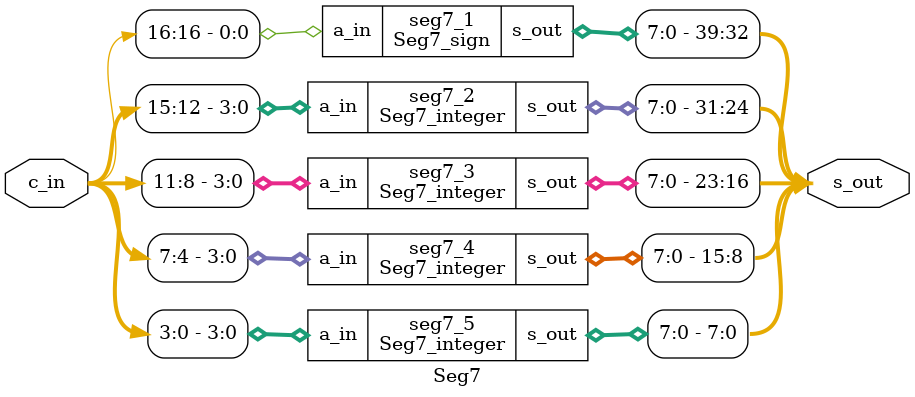
<source format=v>
module Seg7_integer(a_in , s_out);
  input [3:0] a_in;
  output [7:0] s_out;

  reg [7:0] temp;
  assign s_out = temp;
  always @(a_in) begin
  	case (a_in)
  	                  /*segdp ~ seg a*/
  	  4'b0000: temp = 8'b00111111;
  	  4'b0001: temp = 8'b00000110;
  	  4'b0010: temp = 8'b01011011;
  	  4'b0011: temp = 8'b01001111;
  	  4'b0100: temp = 8'b01100110;
  	  4'b0101: temp = 8'b01111101;
  	  4'b0111: temp = 8'b00100111;
  	  4'b1000: temp = 8'b01111111;
  	  4'b1001: temp = 8'b01101111;
  	  default: temp = 8'b00000000;
  	endcase
  end
endmodule

module Seg7_sign(a_in , s_out);
  input a_in;
  output [7:0] s_out;

  reg [7:0] temp;
  assign s_out = temp;
  always @(a_in) begin
  	if(a_in == 1) begin
  	    temp = 8'b01000000;
  	end
  	else begin
  		temp = 8'b00000000;
  	end
  end
endmodule

module Seg7(c_in , s_out);
  input [16:0] c_in;
  output [39:0] s_out;

  Seg7_sign seg7_1(
  	.a_in(c_in[16]),
  	.s_out(s_out[39:32])
  );
  Seg7_integer seg7_2(
  	.a_in(c_in[15:12]),
  	.s_out(s_out[31:24])
  );
  Seg7_integer seg7_3(
  	.a_in(c_in[11:8]),
  	.s_out(s_out[23:16])
  );
  Seg7_integer seg7_4(
  	.a_in(c_in[7:4]),
  	.s_out(s_out[15:8])
  );
  Seg7_integer seg7_5(
  	.a_in(c_in[3:0]),
  	.s_out(s_out[7:0])
  );
endmodule
</source>
